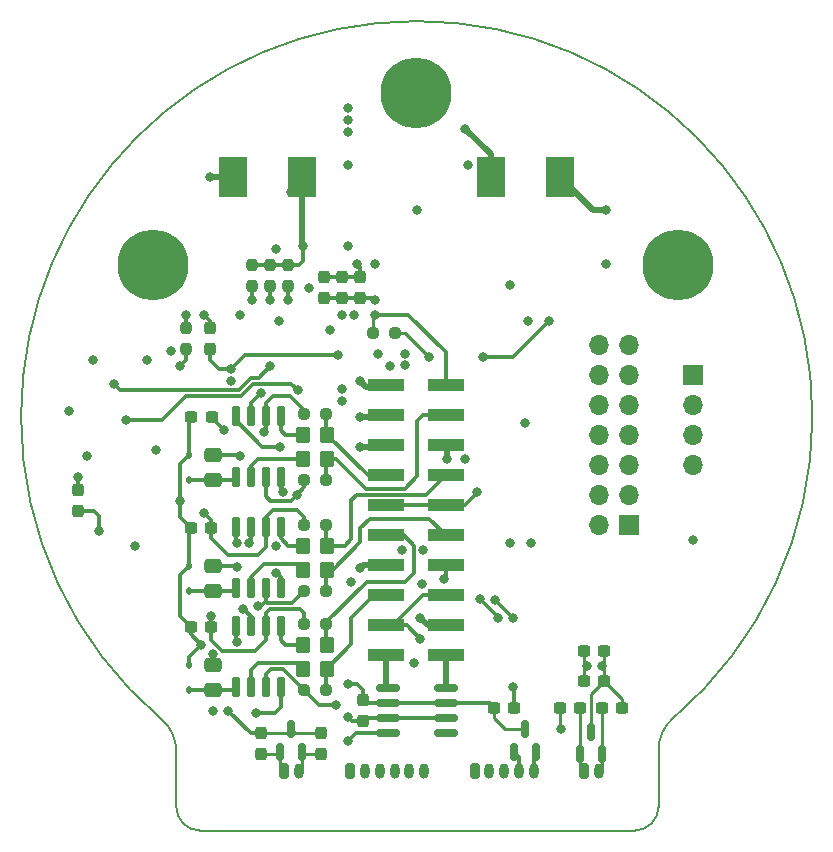
<source format=gbr>
%TF.GenerationSoftware,KiCad,Pcbnew,7.0.1*%
%TF.CreationDate,2023-12-15T16:06:27+03:00*%
%TF.ProjectId,_____ __________,1f3b3042-3020-4433-9f40-30323b353d38,rev?*%
%TF.SameCoordinates,Original*%
%TF.FileFunction,Copper,L6,Bot*%
%TF.FilePolarity,Positive*%
%FSLAX46Y46*%
G04 Gerber Fmt 4.6, Leading zero omitted, Abs format (unit mm)*
G04 Created by KiCad (PCBNEW 7.0.1) date 2023-12-15 16:06:27*
%MOMM*%
%LPD*%
G01*
G04 APERTURE LIST*
G04 Aperture macros list*
%AMRoundRect*
0 Rectangle with rounded corners*
0 $1 Rounding radius*
0 $2 $3 $4 $5 $6 $7 $8 $9 X,Y pos of 4 corners*
0 Add a 4 corners polygon primitive as box body*
4,1,4,$2,$3,$4,$5,$6,$7,$8,$9,$2,$3,0*
0 Add four circle primitives for the rounded corners*
1,1,$1+$1,$2,$3*
1,1,$1+$1,$4,$5*
1,1,$1+$1,$6,$7*
1,1,$1+$1,$8,$9*
0 Add four rect primitives between the rounded corners*
20,1,$1+$1,$2,$3,$4,$5,0*
20,1,$1+$1,$4,$5,$6,$7,0*
20,1,$1+$1,$6,$7,$8,$9,0*
20,1,$1+$1,$8,$9,$2,$3,0*%
G04 Aperture macros list end*
%TA.AperFunction,ComponentPad*%
%ADD10R,1.700000X1.700000*%
%TD*%
%TA.AperFunction,ComponentPad*%
%ADD11O,1.700000X1.700000*%
%TD*%
%TA.AperFunction,ComponentPad*%
%ADD12RoundRect,0.200000X-0.200000X-0.450000X0.200000X-0.450000X0.200000X0.450000X-0.200000X0.450000X0*%
%TD*%
%TA.AperFunction,ComponentPad*%
%ADD13O,0.800000X1.300000*%
%TD*%
%TA.AperFunction,ComponentPad*%
%ADD14C,6.000000*%
%TD*%
%TA.AperFunction,SMDPad,CuDef*%
%ADD15RoundRect,0.237500X-0.250000X-0.237500X0.250000X-0.237500X0.250000X0.237500X-0.250000X0.237500X0*%
%TD*%
%TA.AperFunction,SMDPad,CuDef*%
%ADD16RoundRect,0.150000X0.825000X0.150000X-0.825000X0.150000X-0.825000X-0.150000X0.825000X-0.150000X0*%
%TD*%
%TA.AperFunction,SMDPad,CuDef*%
%ADD17RoundRect,0.250000X-0.350000X-0.450000X0.350000X-0.450000X0.350000X0.450000X-0.350000X0.450000X0*%
%TD*%
%TA.AperFunction,SMDPad,CuDef*%
%ADD18RoundRect,0.237500X-0.237500X0.300000X-0.237500X-0.300000X0.237500X-0.300000X0.237500X0.300000X0*%
%TD*%
%TA.AperFunction,SMDPad,CuDef*%
%ADD19RoundRect,0.237500X0.237500X-0.300000X0.237500X0.300000X-0.237500X0.300000X-0.237500X-0.300000X0*%
%TD*%
%TA.AperFunction,SMDPad,CuDef*%
%ADD20RoundRect,0.150000X-0.150000X0.725000X-0.150000X-0.725000X0.150000X-0.725000X0.150000X0.725000X0*%
%TD*%
%TA.AperFunction,SMDPad,CuDef*%
%ADD21R,2.413000X3.429000*%
%TD*%
%TA.AperFunction,SMDPad,CuDef*%
%ADD22RoundRect,0.237500X0.300000X0.237500X-0.300000X0.237500X-0.300000X-0.237500X0.300000X-0.237500X0*%
%TD*%
%TA.AperFunction,SMDPad,CuDef*%
%ADD23RoundRect,0.237500X0.237500X-0.250000X0.237500X0.250000X-0.237500X0.250000X-0.237500X-0.250000X0*%
%TD*%
%TA.AperFunction,SMDPad,CuDef*%
%ADD24RoundRect,0.150000X0.150000X-0.587500X0.150000X0.587500X-0.150000X0.587500X-0.150000X-0.587500X0*%
%TD*%
%TA.AperFunction,SMDPad,CuDef*%
%ADD25RoundRect,0.237500X-0.237500X0.250000X-0.237500X-0.250000X0.237500X-0.250000X0.237500X0.250000X0*%
%TD*%
%TA.AperFunction,SMDPad,CuDef*%
%ADD26RoundRect,0.112500X0.112500X-0.187500X0.112500X0.187500X-0.112500X0.187500X-0.112500X-0.187500X0*%
%TD*%
%TA.AperFunction,SMDPad,CuDef*%
%ADD27RoundRect,0.237500X-0.300000X-0.237500X0.300000X-0.237500X0.300000X0.237500X-0.300000X0.237500X0*%
%TD*%
%TA.AperFunction,SMDPad,CuDef*%
%ADD28RoundRect,0.250000X0.475000X-0.337500X0.475000X0.337500X-0.475000X0.337500X-0.475000X-0.337500X0*%
%TD*%
%TA.AperFunction,SMDPad,CuDef*%
%ADD29R,3.150000X1.000000*%
%TD*%
%TA.AperFunction,ViaPad*%
%ADD30C,0.800000*%
%TD*%
%TA.AperFunction,Conductor*%
%ADD31C,0.300000*%
%TD*%
%TA.AperFunction,Conductor*%
%ADD32C,0.250000*%
%TD*%
%TA.AperFunction,Conductor*%
%ADD33C,0.500000*%
%TD*%
%TA.AperFunction,Profile*%
%ADD34C,0.200000*%
%TD*%
G04 APERTURE END LIST*
D10*
%TO.P,J10,1,Pin_1*%
%TO.N,GND*%
X178054000Y-92202000D03*
D11*
%TO.P,J10,2,Pin_2*%
%TO.N,SWCLK*%
X178054000Y-94742000D03*
%TO.P,J10,3,Pin_3*%
%TO.N,SWDIO*%
X178054000Y-97282000D03*
%TO.P,J10,4,Pin_4*%
%TO.N,Net-(D13-A)*%
X178054000Y-99822000D03*
%TD*%
D12*
%TO.P,J4,1,Pin_1*%
%TO.N,CAN1L*%
X168793000Y-125808000D03*
D13*
%TO.P,J4,2,Pin_2*%
%TO.N,CAN1H*%
X170043000Y-125808000D03*
%TD*%
D14*
%TO.P,J3,1,Pin_1*%
%TO.N,unconnected-(J3-Pin_1-Pad1)*%
X132334000Y-82931000D03*
%TD*%
%TO.P,J1,1,Pin_1*%
%TO.N,unconnected-(J1-Pin_1-Pad1)*%
X176784000Y-82931000D03*
%TD*%
D12*
%TO.P,J9,1,Pin_1*%
%TO.N,GND*%
X149021000Y-125808000D03*
D13*
%TO.P,J9,2,Pin_2*%
%TO.N,+3.3V*%
X150271000Y-125808000D03*
%TO.P,J9,3,Pin_3*%
%TO.N,Digital_input1*%
X151521000Y-125808000D03*
%TO.P,J9,4,Pin_4*%
%TO.N,+3.3VA*%
X152771000Y-125808000D03*
%TO.P,J9,5,Pin_5*%
%TO.N,Analog_Input1*%
X154021000Y-125808000D03*
%TO.P,J9,6,Pin_6*%
%TO.N,GNDA*%
X155271000Y-125808000D03*
%TD*%
D14*
%TO.P,J2,1,Pin_1*%
%TO.N,unconnected-(J2-Pin_1-Pad1)*%
X154559000Y-68326000D03*
%TD*%
D10*
%TO.P,J5,1,Pin_1*%
%TO.N,+3.3V*%
X172578000Y-104902000D03*
D11*
%TO.P,J5,2,Pin_2*%
%TO.N,GND*%
X170038000Y-104902000D03*
%TO.P,J5,3,Pin_3*%
%TO.N,Angle_Sensor_CS_MCU*%
X172578000Y-102362000D03*
%TO.P,J5,4,Pin_4*%
%TO.N,Temp_Coil_C_MCU*%
X170038000Y-102362000D03*
%TO.P,J5,5,Pin_5*%
%TO.N,Angle_Sensor_SCLK_MCU*%
X172578000Y-99822000D03*
%TO.P,J5,6,Pin_6*%
%TO.N,Temp_Coil_B_MCU*%
X170038000Y-99822000D03*
%TO.P,J5,7,Pin_7*%
%TO.N,Angle_Sensor_SDIO_MCU*%
X172578000Y-97282000D03*
%TO.P,J5,8,Pin_8*%
%TO.N,Temp_Coil_A_MCU*%
X170038000Y-97282000D03*
%TO.P,J5,9,Pin_9*%
%TO.N,OUT_MCU*%
X172578000Y-94742000D03*
%TO.P,J5,10,Pin_10*%
%TO.N,Current_C_MCU*%
X170038000Y-94742000D03*
%TO.P,J5,11,Pin_11*%
%TO.N,Current_B_MCU*%
X172578000Y-92202000D03*
%TO.P,J5,12,Pin_12*%
%TO.N,Current_A_MCU*%
X170038000Y-92202000D03*
%TO.P,J5,13,Pin_13*%
%TO.N,+3.3VA*%
X172578000Y-89662000D03*
%TO.P,J5,14,Pin_14*%
%TO.N,GNDA*%
X170038000Y-89662000D03*
%TD*%
D12*
%TO.P,J7,1,Pin_1*%
%TO.N,GND*%
X159552000Y-125808000D03*
D13*
%TO.P,J7,2,Pin_2*%
%TO.N,RS_485_Y*%
X160802000Y-125808000D03*
%TO.P,J7,3,Pin_3*%
%TO.N,RS_485_Z*%
X162052000Y-125808000D03*
%TO.P,J7,4,Pin_4*%
%TO.N,RS_485_B*%
X163302000Y-125808000D03*
%TO.P,J7,5,Pin_5*%
%TO.N,RS_485_A*%
X164552000Y-125808000D03*
%TD*%
D12*
%TO.P,J6,1,Pin_1*%
%TO.N,CAN2L*%
X143393000Y-125808000D03*
D13*
%TO.P,J6,2,Pin_2*%
%TO.N,CAN2H*%
X144643000Y-125808000D03*
%TD*%
D15*
%TO.P,R1,1*%
%TO.N,A*%
X145137500Y-110490000D03*
%TO.P,R1,2*%
%TO.N,G1*%
X146962500Y-110490000D03*
%TD*%
D16*
%TO.P,U5,1,-*%
%TO.N,Shunt_1*%
X157161000Y-118745000D03*
%TO.P,U5,2,GND*%
%TO.N,GND*%
X157161000Y-120015000D03*
%TO.P,U5,3,REF2*%
%TO.N,+3.3V*%
X157161000Y-121285000D03*
%TO.P,U5,4,NC*%
%TO.N,unconnected-(U5-NC-Pad4)*%
X157161000Y-122555000D03*
%TO.P,U5,5*%
%TO.N,Net-(R16-Pad2)*%
X152211000Y-122555000D03*
%TO.P,U5,6,V+*%
%TO.N,+3.3V*%
X152211000Y-121285000D03*
%TO.P,U5,7,REF1*%
%TO.N,GND*%
X152211000Y-120015000D03*
%TO.P,U5,8,+*%
%TO.N,Shunt_2*%
X152211000Y-118745000D03*
%TD*%
D17*
%TO.P,R11,1*%
%TO.N,Net-(U2-LO)*%
X145050000Y-97282000D03*
%TO.P,R11,2*%
%TO.N,G4*%
X147050000Y-97282000D03*
%TD*%
D18*
%TO.P,C7,1*%
%TO.N,+3.3V*%
X137160000Y-88291500D03*
%TO.P,C7,2*%
%TO.N,GND*%
X137160000Y-90016500D03*
%TD*%
D19*
%TO.P,C53,1*%
%TO.N,CAN2L*%
X141478000Y-124306500D03*
%TO.P,C53,2*%
%TO.N,GND*%
X141478000Y-122581500D03*
%TD*%
D20*
%TO.P,U3,1,IN*%
%TO.N,IN_C*%
X139319000Y-113503000D03*
%TO.P,U3,2,~{SD}*%
%TO.N,Enable*%
X140589000Y-113503000D03*
%TO.P,U3,3,COM*%
%TO.N,GND*%
X141859000Y-113503000D03*
%TO.P,U3,4,LO*%
%TO.N,Net-(U3-LO)*%
X143129000Y-113503000D03*
%TO.P,U3,5,VCC*%
%TO.N,+12V*%
X143129000Y-118653000D03*
%TO.P,U3,6,VS*%
%TO.N,C*%
X141859000Y-118653000D03*
%TO.P,U3,7,HO*%
%TO.N,Net-(U3-HO)*%
X140589000Y-118653000D03*
%TO.P,U3,8,VB*%
%TO.N,Net-(D3-K)*%
X139319000Y-118653000D03*
%TD*%
D17*
%TO.P,R10,1*%
%TO.N,Net-(U1-LO)*%
X145050000Y-106680000D03*
%TO.P,R10,2*%
%TO.N,G2*%
X147050000Y-106680000D03*
%TD*%
D15*
%TO.P,R6,1*%
%TO.N,GND*%
X145137500Y-113284000D03*
%TO.P,R6,2*%
%TO.N,G6*%
X146962500Y-113284000D03*
%TD*%
D21*
%TO.P,L2,1*%
%TO.N,Net-(D8-K)*%
X139065000Y-75438000D03*
%TO.P,L2,2*%
%TO.N,+3.3V*%
X144907000Y-75438000D03*
%TD*%
D17*
%TO.P,R7,1*%
%TO.N,Net-(U1-HO)*%
X145050000Y-108712000D03*
%TO.P,R7,2*%
%TO.N,G1*%
X147050000Y-108712000D03*
%TD*%
D22*
%TO.P,C48,1*%
%TO.N,GND*%
X170534500Y-118110000D03*
%TO.P,C48,2*%
%TO.N,+3.3V*%
X168809500Y-118110000D03*
%TD*%
D23*
%TO.P,R17,1*%
%TO.N,Temperature_Power_SDA_MCU*%
X142240000Y-84732500D03*
%TO.P,R17,2*%
%TO.N,+3.3V*%
X142240000Y-82907500D03*
%TD*%
D22*
%TO.P,C52,1*%
%TO.N,CAN1L*%
X168502500Y-120396000D03*
%TO.P,C52,2*%
%TO.N,GND*%
X166777500Y-120396000D03*
%TD*%
D24*
%TO.P,D11,1,K*%
%TO.N,CAN1H*%
X170368000Y-124303000D03*
%TO.P,D11,2,K*%
%TO.N,CAN1L*%
X168468000Y-124303000D03*
%TO.P,D11,3,A*%
%TO.N,GND*%
X169418000Y-122428000D03*
%TD*%
D25*
%TO.P,R16,1*%
%TO.N,Net-(U4-+)*%
X135128000Y-88241500D03*
%TO.P,R16,2*%
%TO.N,Net-(R16-Pad2)*%
X135128000Y-90066500D03*
%TD*%
D20*
%TO.P,U1,1,IN*%
%TO.N,IN_A*%
X139319000Y-105121000D03*
%TO.P,U1,2,~{SD}*%
%TO.N,Enable*%
X140589000Y-105121000D03*
%TO.P,U1,3,COM*%
%TO.N,GND*%
X141859000Y-105121000D03*
%TO.P,U1,4,LO*%
%TO.N,Net-(U1-LO)*%
X143129000Y-105121000D03*
%TO.P,U1,5,VCC*%
%TO.N,+12V*%
X143129000Y-110271000D03*
%TO.P,U1,6,VS*%
%TO.N,A*%
X141859000Y-110271000D03*
%TO.P,U1,7,HO*%
%TO.N,Net-(U1-HO)*%
X140589000Y-110271000D03*
%TO.P,U1,8,VB*%
%TO.N,Net-(D1-K)*%
X139319000Y-110271000D03*
%TD*%
D26*
%TO.P,D2,1,K*%
%TO.N,Net-(D2-K)*%
X135382000Y-101126000D03*
%TO.P,D2,2,A*%
%TO.N,+12V*%
X135382000Y-99026000D03*
%TD*%
D22*
%TO.P,C1,1*%
%TO.N,GND*%
X137282000Y-95758000D03*
%TO.P,C1,2*%
%TO.N,+12V*%
X135557000Y-95758000D03*
%TD*%
D18*
%TO.P,C47,1*%
%TO.N,GND*%
X146558000Y-122581500D03*
%TO.P,C47,2*%
%TO.N,CAN2H*%
X146558000Y-124306500D03*
%TD*%
D27*
%TO.P,C2,1*%
%TO.N,+12V*%
X135535500Y-113538000D03*
%TO.P,C2,2*%
%TO.N,GND*%
X137260500Y-113538000D03*
%TD*%
D17*
%TO.P,R9,1*%
%TO.N,Net-(U3-HO)*%
X145050000Y-117094000D03*
%TO.P,R9,2*%
%TO.N,G5*%
X147050000Y-117094000D03*
%TD*%
D28*
%TO.P,C6,1*%
%TO.N,Net-(D3-K)*%
X137414000Y-118893500D03*
%TO.P,C6,2*%
%TO.N,C*%
X137414000Y-116818500D03*
%TD*%
D24*
%TO.P,D12,1,K*%
%TO.N,CAN2H*%
X144968000Y-124127500D03*
%TO.P,D12,2,K*%
%TO.N,CAN2L*%
X143068000Y-124127500D03*
%TO.P,D12,3,A*%
%TO.N,GND*%
X144018000Y-122252500D03*
%TD*%
D17*
%TO.P,R8,1*%
%TO.N,Net-(U2-HO)*%
X145050000Y-99314000D03*
%TO.P,R8,2*%
%TO.N,G3*%
X147050000Y-99314000D03*
%TD*%
D26*
%TO.P,D3,1,K*%
%TO.N,Net-(D3-K)*%
X135382000Y-118906000D03*
%TO.P,D3,2,A*%
%TO.N,+12V*%
X135382000Y-116806000D03*
%TD*%
D15*
%TO.P,R3,1*%
%TO.N,C*%
X145137500Y-118872000D03*
%TO.P,R3,2*%
%TO.N,G5*%
X146962500Y-118872000D03*
%TD*%
D17*
%TO.P,R12,1*%
%TO.N,Net-(U3-LO)*%
X145050000Y-115062000D03*
%TO.P,R12,2*%
%TO.N,G6*%
X147050000Y-115062000D03*
%TD*%
D23*
%TO.P,R18,1*%
%TO.N,Temperature_Power_SCL_MCU*%
X140716000Y-84732500D03*
%TO.P,R18,2*%
%TO.N,+3.3V*%
X140716000Y-82907500D03*
%TD*%
D19*
%TO.P,C13,1*%
%TO.N,+3.3VA*%
X149860000Y-85698500D03*
%TO.P,C13,2*%
%TO.N,GNDA*%
X149860000Y-83973500D03*
%TD*%
D15*
%TO.P,R5,1*%
%TO.N,GND*%
X145137500Y-95504000D03*
%TO.P,R5,2*%
%TO.N,G4*%
X146962500Y-95504000D03*
%TD*%
%TO.P,R22,1*%
%TO.N,+3.3V*%
X150979500Y-88646000D03*
%TO.P,R22,2*%
%TO.N,NRST*%
X152804500Y-88646000D03*
%TD*%
D29*
%TO.P,J8,1,Pin_1*%
%TO.N,+3.3V*%
X157084000Y-93091000D03*
%TO.P,J8,2,Pin_2*%
%TO.N,Temperature_Power_~{OS}_MCU*%
X152034000Y-93091000D03*
%TO.P,J8,3,Pin_3*%
%TO.N,G3*%
X157084000Y-95631000D03*
%TO.P,J8,4,Pin_4*%
%TO.N,Temperature_Power_SCL_MCU*%
X152034000Y-95631000D03*
%TO.P,J8,5,Pin_5*%
%TO.N,B*%
X157084000Y-98171000D03*
%TO.P,J8,6,Pin_6*%
%TO.N,Temperature_Power_SDA_MCU*%
X152034000Y-98171000D03*
%TO.P,J8,7,Pin_7*%
%TO.N,G2*%
X157084000Y-100711000D03*
%TO.P,J8,8,Pin_8*%
%TO.N,G4*%
X152034000Y-100711000D03*
%TO.P,J8,9,Pin_9*%
%TO.N,GND*%
X157084000Y-103251000D03*
%TO.P,J8,10,Pin_10*%
X152034000Y-103251000D03*
%TO.P,J8,11,Pin_11*%
%TO.N,G1*%
X157084000Y-105791000D03*
%TO.P,J8,12,Pin_12*%
%TO.N,G6*%
X152034000Y-105791000D03*
%TO.P,J8,13,Pin_13*%
%TO.N,A*%
X157084000Y-108331000D03*
%TO.P,J8,14,Pin_14*%
%TO.N,C*%
X152034000Y-108331000D03*
%TO.P,J8,15,Pin_15*%
%TO.N,GND*%
X157084000Y-110871000D03*
%TO.P,J8,16,Pin_16*%
%TO.N,G5*%
X152034000Y-110871000D03*
%TO.P,J8,17,Pin_17*%
%TO.N,+24V*%
X157084000Y-113411000D03*
%TO.P,J8,18,Pin_18*%
%TO.N,GND*%
X152034000Y-113411000D03*
%TO.P,J8,19,Pin_19*%
%TO.N,Shunt_1*%
X157084000Y-115951000D03*
%TO.P,J8,20,Pin_20*%
%TO.N,Shunt_2*%
X152034000Y-115951000D03*
%TD*%
D19*
%TO.P,C14,1*%
%TO.N,+3.3VA*%
X148336000Y-85698500D03*
%TO.P,C14,2*%
%TO.N,GNDA*%
X148336000Y-83973500D03*
%TD*%
D23*
%TO.P,R19,1*%
%TO.N,Temperature_Power_~{OS}_MCU*%
X143764000Y-84732500D03*
%TO.P,R19,2*%
%TO.N,+3.3V*%
X143764000Y-82907500D03*
%TD*%
D19*
%TO.P,C15,1*%
%TO.N,+3.3VA*%
X146812000Y-85698500D03*
%TO.P,C15,2*%
%TO.N,GNDA*%
X146812000Y-83973500D03*
%TD*%
D28*
%TO.P,C5,1*%
%TO.N,Net-(D2-K)*%
X137414000Y-101113500D03*
%TO.P,C5,2*%
%TO.N,B*%
X137414000Y-99038500D03*
%TD*%
D26*
%TO.P,D1,1,K*%
%TO.N,Net-(D1-K)*%
X135382000Y-110524000D03*
%TO.P,D1,2,A*%
%TO.N,+12V*%
X135382000Y-108424000D03*
%TD*%
D28*
%TO.P,C4,1*%
%TO.N,Net-(D1-K)*%
X137414000Y-110511500D03*
%TO.P,C4,2*%
%TO.N,A*%
X137414000Y-108436500D03*
%TD*%
D27*
%TO.P,C32,1*%
%TO.N,GND*%
X161189500Y-120396000D03*
%TO.P,C32,2*%
%TO.N,+3.3V*%
X162914500Y-120396000D03*
%TD*%
D20*
%TO.P,U2,1,IN*%
%TO.N,IN_B*%
X139319000Y-95723000D03*
%TO.P,U2,2,~{SD}*%
%TO.N,Enable*%
X140589000Y-95723000D03*
%TO.P,U2,3,COM*%
%TO.N,GND*%
X141859000Y-95723000D03*
%TO.P,U2,4,LO*%
%TO.N,Net-(U2-LO)*%
X143129000Y-95723000D03*
%TO.P,U2,5,VCC*%
%TO.N,+12V*%
X143129000Y-100873000D03*
%TO.P,U2,6,VS*%
%TO.N,B*%
X141859000Y-100873000D03*
%TO.P,U2,7,HO*%
%TO.N,Net-(U2-HO)*%
X140589000Y-100873000D03*
%TO.P,U2,8,VB*%
%TO.N,Net-(D2-K)*%
X139319000Y-100873000D03*
%TD*%
D19*
%TO.P,C8,1*%
%TO.N,+3.3V*%
X150114000Y-121512500D03*
%TO.P,C8,2*%
%TO.N,GND*%
X150114000Y-119787500D03*
%TD*%
D15*
%TO.P,R4,1*%
%TO.N,GND*%
X145137500Y-104902000D03*
%TO.P,R4,2*%
%TO.N,G2*%
X146962500Y-104902000D03*
%TD*%
%TO.P,R2,1*%
%TO.N,B*%
X145137500Y-101092000D03*
%TO.P,R2,2*%
%TO.N,G3*%
X146962500Y-101092000D03*
%TD*%
D22*
%TO.P,C49,1*%
%TO.N,GND*%
X170534500Y-115570000D03*
%TO.P,C49,2*%
%TO.N,+3.3V*%
X168809500Y-115570000D03*
%TD*%
%TO.P,C46,1*%
%TO.N,GND*%
X172058500Y-120396000D03*
%TO.P,C46,2*%
%TO.N,CAN1H*%
X170333500Y-120396000D03*
%TD*%
D21*
%TO.P,L1,1*%
%TO.N,Net-(D7-K)*%
X166751000Y-75438000D03*
%TO.P,L1,2*%
%TO.N,+12V*%
X160909000Y-75438000D03*
%TD*%
D24*
%TO.P,D6,1,K*%
%TO.N,RS_485_A*%
X164780000Y-124127500D03*
%TO.P,D6,2,K*%
%TO.N,RS_485_B*%
X162880000Y-124127500D03*
%TO.P,D6,3,A*%
%TO.N,GND*%
X163830000Y-122252500D03*
%TD*%
D27*
%TO.P,C3,1*%
%TO.N,+12V*%
X135535500Y-105156000D03*
%TO.P,C3,2*%
%TO.N,GND*%
X137260500Y-105156000D03*
%TD*%
D19*
%TO.P,C37,1*%
%TO.N,Net-(U10-+)*%
X125984000Y-103732500D03*
%TO.P,C37,2*%
%TO.N,GND*%
X125984000Y-102007500D03*
%TD*%
D30*
%TO.N,+3.3V*%
X145542000Y-84836000D03*
%TO.N,GND*%
X149119977Y-109749977D03*
%TO.N,GNDA*%
X154432000Y-116589395D03*
%TO.N,Net-(D4-COM)*%
X153416000Y-107085500D03*
%TO.N,GNDA*%
X155101274Y-109931500D03*
%TO.N,+3.3VA*%
X155181500Y-107085500D03*
%TO.N,GND*%
X138684000Y-120650000D03*
X151130000Y-82804000D03*
X136652000Y-103886000D03*
X148844000Y-118364000D03*
X138938000Y-91694000D03*
X170307000Y-116840000D03*
X125984000Y-100838000D03*
X159766000Y-102108000D03*
X142727561Y-106703516D03*
X148844000Y-81280000D03*
X133858000Y-90170000D03*
X137265023Y-112670977D03*
X143002000Y-87630000D03*
X141732000Y-97028000D03*
X148844000Y-74422000D03*
X165862000Y-87630000D03*
X162560000Y-84582000D03*
X138302647Y-96900646D03*
X142748000Y-81534000D03*
X127254000Y-90932000D03*
X160274000Y-90678000D03*
X132588000Y-98552000D03*
X159004000Y-74422000D03*
X166878000Y-122174000D03*
X147941673Y-90516500D03*
X164338000Y-106426000D03*
X154940000Y-114554000D03*
%TO.N,A*%
X139446000Y-108458000D03*
X156972000Y-109474000D03*
X141224000Y-111760000D03*
%TO.N,B*%
X144526000Y-102362000D03*
X139700000Y-99060000D03*
X157226000Y-99314000D03*
%TO.N,C*%
X137392023Y-115845977D03*
X149860000Y-108585000D03*
X147828000Y-120142000D03*
%TO.N,+24V*%
X170688000Y-82804000D03*
X154940000Y-112776000D03*
X130810000Y-106680000D03*
%TO.N,+12V*%
X141001682Y-120882379D03*
X134620000Y-102870000D03*
X148844000Y-71628000D03*
X148844000Y-70612000D03*
X136398000Y-115062000D03*
X142748000Y-108966000D03*
X158750000Y-71374000D03*
X148844000Y-69596000D03*
X143287454Y-102120500D03*
%TO.N,Net-(D8-K)*%
X137160000Y-75438000D03*
%TO.N,Net-(U7-PC4)*%
X158750000Y-99314000D03*
X163830000Y-96266000D03*
X148286582Y-93466536D03*
%TO.N,Net-(U4-+)*%
X135128000Y-87122000D03*
%TO.N,Enable*%
X138938000Y-92722500D03*
X140462000Y-106426000D03*
X141478000Y-93726000D03*
X139954000Y-112014000D03*
%TO.N,IN_A*%
X139446000Y-106426000D03*
%TO.N,IN_B*%
X143107023Y-98298000D03*
%TO.N,IN_C*%
X139424023Y-114829977D03*
%TO.N,+3.3V*%
X162814000Y-118618000D03*
X154686000Y-78232000D03*
X136652000Y-87122000D03*
X125222000Y-95250000D03*
X144018000Y-76708000D03*
X126746000Y-99060000D03*
X137414000Y-120650000D03*
X169037000Y-116840000D03*
X162560000Y-106426000D03*
X164084000Y-87630000D03*
X139700000Y-87122000D03*
X145034000Y-81280000D03*
X151130000Y-87122000D03*
X178054000Y-106172000D03*
X148844000Y-121158000D03*
X131826000Y-90932000D03*
%TO.N,NRST*%
X155689061Y-90708863D03*
%TO.N,Temp_Coil_C_MCU*%
X147320000Y-88392000D03*
%TO.N,Temp_Coil_B_MCU*%
X148336000Y-87122000D03*
%TO.N,Temp_Coil_A_MCU*%
X149352000Y-87122000D03*
%TO.N,Net-(R16-Pad2)*%
X134620000Y-91440000D03*
X148844000Y-123190000D03*
%TO.N,Current_C_MCU*%
X152400000Y-91440000D03*
%TO.N,Current_B_MCU*%
X153670000Y-91423503D03*
%TO.N,RS_485_RX_MCU*%
X161290000Y-111252000D03*
X162814000Y-112776000D03*
%TO.N,RS_485_Enable_MCU*%
X160032500Y-111207693D03*
X161544000Y-112776000D03*
%TO.N,Current_A_MCU*%
X153670000Y-90424000D03*
%TO.N,Net-(U10-+)*%
X127762000Y-105410000D03*
%TO.N,Net-(D4-COM)*%
X148313669Y-94465669D03*
%TO.N,GNDA*%
X151384000Y-90424000D03*
X149606000Y-82804000D03*
%TO.N,+3.3VA*%
X151130000Y-85852000D03*
%TO.N,Temperature_Power_~{OS}_MCU*%
X143764000Y-85852000D03*
X149860000Y-92710000D03*
%TO.N,Temperature_Power_SCL_MCU*%
X140716000Y-85852000D03*
X149860000Y-95758000D03*
%TO.N,Temperature_Power_SDA_MCU*%
X149860000Y-98298000D03*
X142240000Y-85852000D03*
%TO.N,EEPROM_~{CS_MCU}*%
X142240000Y-91516500D03*
X129032000Y-92964000D03*
%TO.N,EEPROM_MOSI_MCU*%
X144581440Y-93516500D03*
X130048000Y-96012000D03*
%TO.N,Net-(D7-K)*%
X170688000Y-78232000D03*
%TD*%
D31*
%TO.N,EEPROM_MOSI_MCU*%
X133096000Y-96012000D02*
X135128000Y-93980000D01*
X130048000Y-96012000D02*
X133096000Y-96012000D01*
%TO.N,G3*%
X155194000Y-95631000D02*
X154686000Y-96139000D01*
X157084000Y-95631000D02*
X155194000Y-95631000D01*
%TO.N,G1*%
X149860000Y-106410000D02*
X147558000Y-108712000D01*
X149860000Y-105190000D02*
X149860000Y-106410000D01*
X155687000Y-104394000D02*
X150656000Y-104394000D01*
X157084000Y-105791000D02*
X155687000Y-104394000D01*
X150656000Y-104394000D02*
X149860000Y-105190000D01*
%TO.N,GND*%
X137260500Y-105156000D02*
X137260500Y-104494500D01*
X137260500Y-104494500D02*
X136652000Y-103886000D01*
X142240000Y-112014000D02*
X144780000Y-112014000D01*
X152669000Y-113411000D02*
X152034000Y-113411000D01*
X137160000Y-90932000D02*
X137922000Y-91694000D01*
D32*
X161189500Y-121311500D02*
X161189500Y-120396000D01*
D31*
X137260500Y-105156000D02*
X137260500Y-106018500D01*
X162814000Y-90678000D02*
X160274000Y-90678000D01*
X141859000Y-96901000D02*
X141859000Y-95723000D01*
D32*
X170534500Y-116612500D02*
X170307000Y-116840000D01*
X169418000Y-122428000D02*
X169418000Y-119226500D01*
X146558000Y-122581500D02*
X144347000Y-122581500D01*
X170534500Y-118110000D02*
X170534500Y-117067500D01*
D31*
X153797000Y-113411000D02*
X154940000Y-114554000D01*
X142494000Y-103632000D02*
X144526000Y-103632000D01*
X137260500Y-106018500D02*
X138684000Y-107442000D01*
X160808500Y-120015000D02*
X161189500Y-120396000D01*
X141859000Y-112395000D02*
X142240000Y-112014000D01*
X141859000Y-105121000D02*
X141859000Y-104267000D01*
X155209000Y-110871000D02*
X152669000Y-113411000D01*
X137922000Y-91694000D02*
X138938000Y-91694000D01*
X125984000Y-102007500D02*
X125984000Y-100838000D01*
X157161000Y-120015000D02*
X160808500Y-120015000D01*
X141224000Y-107442000D02*
X141859000Y-106807000D01*
X144780000Y-112014000D02*
X145137500Y-112371500D01*
D32*
X172058500Y-119634000D02*
X170534500Y-118110000D01*
X162130500Y-122252500D02*
X161189500Y-121311500D01*
X169418000Y-119226500D02*
X170534500Y-118110000D01*
D31*
X137260500Y-114654500D02*
X137260500Y-113538000D01*
X141859000Y-114681000D02*
X140960023Y-115579977D01*
X157084000Y-110871000D02*
X155209000Y-110871000D01*
X140115500Y-90516500D02*
X138938000Y-91694000D01*
X150341500Y-120015000D02*
X150114000Y-119787500D01*
D32*
X170534500Y-115570000D02*
X170534500Y-116612500D01*
D31*
X148844000Y-118364000D02*
X149606000Y-118364000D01*
X137260500Y-113538000D02*
X137260500Y-112675500D01*
X152034000Y-113411000D02*
X153797000Y-113411000D01*
X150114000Y-118872000D02*
X150114000Y-119787500D01*
D32*
X159766000Y-102108000D02*
X158623000Y-103251000D01*
D31*
X147941673Y-90516500D02*
X140115500Y-90516500D01*
D32*
X163830000Y-122252500D02*
X162130500Y-122252500D01*
D31*
X145137500Y-104243500D02*
X145137500Y-104902000D01*
D32*
X166777500Y-122073500D02*
X166777500Y-120396000D01*
D31*
X144526000Y-103632000D02*
X145137500Y-104243500D01*
D32*
X143689000Y-122581500D02*
X144018000Y-122252500D01*
D31*
X152211000Y-120015000D02*
X150341500Y-120015000D01*
X140615500Y-122581500D02*
X141478000Y-122581500D01*
X141859000Y-113503000D02*
X141859000Y-114681000D01*
X137260500Y-112675500D02*
X137265023Y-112670977D01*
X138684000Y-120650000D02*
X140615500Y-122581500D01*
X143942750Y-93980000D02*
X145137500Y-95174750D01*
X141859000Y-113503000D02*
X141859000Y-112395000D01*
X149606000Y-118364000D02*
X150114000Y-118872000D01*
X145137500Y-95174750D02*
X145137500Y-95504000D01*
X141859000Y-104267000D02*
X142494000Y-103632000D01*
X141859000Y-94615000D02*
X142494000Y-93980000D01*
X140960023Y-115579977D02*
X138185977Y-115579977D01*
D32*
X158623000Y-103251000D02*
X157084000Y-103251000D01*
X141478000Y-122581500D02*
X143689000Y-122581500D01*
D31*
X152211000Y-120015000D02*
X157161000Y-120015000D01*
X141859000Y-95723000D02*
X141859000Y-94615000D01*
X145137500Y-112371500D02*
X145137500Y-113284000D01*
D32*
X172058500Y-120396000D02*
X172058500Y-119634000D01*
D31*
X142494000Y-93980000D02*
X143942750Y-93980000D01*
X141859000Y-106807000D02*
X141859000Y-105121000D01*
X157084000Y-103251000D02*
X152034000Y-103251000D01*
X141732000Y-97028000D02*
X141859000Y-96901000D01*
X137160000Y-90016500D02*
X137160000Y-90932000D01*
D32*
X144347000Y-122581500D02*
X144018000Y-122252500D01*
D31*
X137282000Y-95879999D02*
X138302647Y-96900646D01*
D32*
X170534500Y-117067500D02*
X170307000Y-116840000D01*
D31*
X137282000Y-95758000D02*
X137282000Y-95879999D01*
X138684000Y-107442000D02*
X141224000Y-107442000D01*
X138185977Y-115579977D02*
X137260500Y-114654500D01*
X165862000Y-87630000D02*
X162814000Y-90678000D01*
%TO.N,A*%
X157084000Y-108331000D02*
X157084000Y-109362000D01*
X141986000Y-111506000D02*
X144121500Y-111506000D01*
X141859000Y-111379000D02*
X141478000Y-111760000D01*
X139424500Y-108436500D02*
X139446000Y-108458000D01*
X144121500Y-111506000D02*
X145137500Y-110490000D01*
X137414000Y-108436500D02*
X139424500Y-108436500D01*
X141478000Y-111760000D02*
X141224000Y-111760000D01*
X157084000Y-109362000D02*
X156972000Y-109474000D01*
X141859000Y-111379000D02*
X141986000Y-111506000D01*
X141859000Y-110271000D02*
X141859000Y-111379000D01*
%TO.N,B*%
X144018000Y-102870000D02*
X142240000Y-102870000D01*
X144526000Y-102362000D02*
X145137500Y-101750500D01*
D33*
X157226000Y-99314000D02*
X157226000Y-98298000D01*
D31*
X142240000Y-102870000D02*
X141859000Y-102489000D01*
X144526000Y-102362000D02*
X144018000Y-102870000D01*
X139678500Y-99038500D02*
X139700000Y-99060000D01*
X141859000Y-102489000D02*
X141859000Y-100873000D01*
X145137500Y-101750500D02*
X145137500Y-101092000D01*
X137414000Y-99038500D02*
X139678500Y-99038500D01*
%TO.N,C*%
X146407500Y-120142000D02*
X147828000Y-120142000D01*
X145137500Y-118872000D02*
X146407500Y-120142000D01*
X137414000Y-116818500D02*
X137414000Y-115867954D01*
D33*
X152034000Y-108331000D02*
X150114000Y-108331000D01*
D31*
X141859000Y-117555000D02*
X142320000Y-117094000D01*
X137414000Y-115867954D02*
X137392023Y-115845977D01*
X143359500Y-117094000D02*
X145137500Y-118872000D01*
X142320000Y-117094000D02*
X143359500Y-117094000D01*
D33*
X150114000Y-108331000D02*
X149860000Y-108585000D01*
D31*
X141859000Y-118653000D02*
X141859000Y-117555000D01*
%TO.N,G1*%
X147050000Y-108712000D02*
X147558000Y-108712000D01*
X146962500Y-108799500D02*
X147050000Y-108712000D01*
X146962500Y-110490000D02*
X146962500Y-108799500D01*
X147470500Y-108799500D02*
X147558000Y-108712000D01*
%TO.N,G2*%
X146962500Y-104902000D02*
X146962500Y-106592500D01*
X155433000Y-102362000D02*
X157084000Y-100711000D01*
X149106000Y-106164000D02*
X149106000Y-102862000D01*
X149606000Y-102362000D02*
X155433000Y-102362000D01*
X148590000Y-106680000D02*
X149106000Y-106164000D01*
X146962500Y-106592500D02*
X147050000Y-106680000D01*
X147050000Y-106680000D02*
X148590000Y-106680000D01*
X149106000Y-102862000D02*
X149606000Y-102362000D01*
%TO.N,G3*%
X150368000Y-101854000D02*
X153666000Y-101854000D01*
X147050000Y-99314000D02*
X147828000Y-99314000D01*
X146962500Y-101092000D02*
X146962500Y-99401500D01*
X154686000Y-100834000D02*
X154686000Y-96139000D01*
X147828000Y-99314000D02*
X150368000Y-101854000D01*
X146962500Y-99401500D02*
X147050000Y-99314000D01*
X153666000Y-101854000D02*
X154686000Y-100834000D01*
D33*
%TO.N,Shunt_2*%
X152034000Y-118568000D02*
X152211000Y-118745000D01*
X152034000Y-115951000D02*
X152034000Y-118568000D01*
%TO.N,Shunt_1*%
X157084000Y-115951000D02*
X157084000Y-118668000D01*
X157084000Y-118668000D02*
X157161000Y-118745000D01*
%TO.N,+24V*%
X155575000Y-113411000D02*
X157084000Y-113411000D01*
X154940000Y-112776000D02*
X155575000Y-113411000D01*
D31*
%TO.N,+12V*%
X143129000Y-120379054D02*
X143129000Y-118653000D01*
X134620000Y-102870000D02*
X134620000Y-104240500D01*
X135382000Y-95933000D02*
X135557000Y-95758000D01*
X135535500Y-113538000D02*
X134620000Y-112622500D01*
X134620000Y-109186000D02*
X135382000Y-108424000D01*
D33*
X160909000Y-73533000D02*
X158750000Y-71374000D01*
D31*
X141001682Y-120882379D02*
X142625675Y-120882379D01*
X135382000Y-116806000D02*
X135382000Y-116078000D01*
X135382000Y-108424000D02*
X135382000Y-105309500D01*
X135535500Y-113538000D02*
X135535500Y-114199500D01*
X134620000Y-112622500D02*
X134620000Y-109186000D01*
X143129000Y-110271000D02*
X143129000Y-109347000D01*
X135535500Y-114199500D02*
X136398000Y-115062000D01*
X134620000Y-104240500D02*
X135535500Y-105156000D01*
X135382000Y-99026000D02*
X135382000Y-95933000D01*
X135382000Y-99026000D02*
X134620000Y-99788000D01*
X143129000Y-100873000D02*
X143129000Y-101962046D01*
X142625675Y-120882379D02*
X143129000Y-120379054D01*
X134620000Y-99788000D02*
X134620000Y-102870000D01*
X143129000Y-101962046D02*
X143287454Y-102120500D01*
X135382000Y-105309500D02*
X135535500Y-105156000D01*
D33*
X160909000Y-75438000D02*
X160909000Y-73533000D01*
D31*
X135382000Y-116078000D02*
X136398000Y-115062000D01*
X143129000Y-109347000D02*
X142748000Y-108966000D01*
D33*
%TO.N,Net-(D8-K)*%
X139065000Y-75438000D02*
X137160000Y-75438000D01*
D31*
%TO.N,Net-(D1-K)*%
X137401500Y-110524000D02*
X137414000Y-110511500D01*
X135382000Y-110524000D02*
X137401500Y-110524000D01*
X137414000Y-110511500D02*
X139078500Y-110511500D01*
X139078500Y-110511500D02*
X139319000Y-110271000D01*
%TO.N,Net-(D3-K)*%
X135382000Y-118906000D02*
X137401500Y-118906000D01*
X137401500Y-118906000D02*
X137414000Y-118893500D01*
X137414000Y-118893500D02*
X139078500Y-118893500D01*
X139078500Y-118893500D02*
X139319000Y-118653000D01*
%TO.N,Net-(D2-K)*%
X137414000Y-101113500D02*
X139078500Y-101113500D01*
X135382000Y-101126000D02*
X137401500Y-101126000D01*
X139078500Y-101113500D02*
X139319000Y-100873000D01*
X137401500Y-101126000D02*
X137414000Y-101113500D01*
%TO.N,Net-(U4-+)*%
X135128000Y-88241500D02*
X135128000Y-87122000D01*
%TO.N,Enable*%
X140589000Y-112649000D02*
X140589000Y-113503000D01*
X140462000Y-106426000D02*
X140589000Y-106299000D01*
X140589000Y-94615000D02*
X141478000Y-93726000D01*
X140589000Y-106299000D02*
X140589000Y-105121000D01*
X140589000Y-95723000D02*
X140589000Y-94615000D01*
X139954000Y-112014000D02*
X140589000Y-112649000D01*
%TO.N,IN_A*%
X139319000Y-105121000D02*
X139319000Y-106299000D01*
X139319000Y-106299000D02*
X139446000Y-106426000D01*
%TO.N,Net-(U3-HO)*%
X140589000Y-118653000D02*
X140589000Y-117221000D01*
X144542000Y-116586000D02*
X145050000Y-117094000D01*
X141224000Y-116586000D02*
X144542000Y-116586000D01*
X140589000Y-117221000D02*
X141224000Y-116586000D01*
%TO.N,Net-(U2-HO)*%
X141224000Y-99314000D02*
X145050000Y-99314000D01*
X140589000Y-100873000D02*
X140589000Y-99949000D01*
X140589000Y-99949000D02*
X141224000Y-99314000D01*
%TO.N,IN_B*%
X141581893Y-98298000D02*
X139319000Y-96035107D01*
X139319000Y-96035107D02*
X139319000Y-95723000D01*
X143107023Y-98298000D02*
X141581893Y-98298000D01*
%TO.N,Net-(U2-LO)*%
X143129000Y-95723000D02*
X143129000Y-96901000D01*
X143129000Y-96901000D02*
X143510000Y-97282000D01*
X143510000Y-97282000D02*
X145050000Y-97282000D01*
%TO.N,IN_C*%
X139319000Y-114724954D02*
X139424023Y-114829977D01*
X139319000Y-113503000D02*
X139319000Y-114724954D01*
%TO.N,Net-(U3-LO)*%
X143129000Y-113503000D02*
X143129000Y-114681000D01*
X143510000Y-115062000D02*
X145050000Y-115062000D01*
X143129000Y-114681000D02*
X143510000Y-115062000D01*
%TO.N,G4*%
X147050000Y-97282000D02*
X150479000Y-100711000D01*
X146962500Y-97194500D02*
X147050000Y-97282000D01*
X146962500Y-95504000D02*
X146962500Y-97194500D01*
X150479000Y-100711000D02*
X152034000Y-100711000D01*
%TO.N,G5*%
X146962500Y-117181500D02*
X147050000Y-117094000D01*
X149098000Y-115046000D02*
X149098000Y-112776000D01*
X151003000Y-110871000D02*
X152034000Y-110871000D01*
X149098000Y-112776000D02*
X151003000Y-110871000D01*
D33*
X151101000Y-110998000D02*
X152176000Y-110998000D01*
D31*
X146962500Y-118872000D02*
X146962500Y-117181500D01*
X147050000Y-117094000D02*
X149098000Y-115046000D01*
%TO.N,G6*%
X146962500Y-114974500D02*
X147050000Y-115062000D01*
X153670000Y-109728000D02*
X154432000Y-108966000D01*
X146962500Y-113167500D02*
X150402000Y-109728000D01*
X154432000Y-108966000D02*
X154432000Y-106680000D01*
X150402000Y-109728000D02*
X153670000Y-109728000D01*
X146962500Y-113284000D02*
X146962500Y-114974500D01*
X154432000Y-106680000D02*
X153543000Y-105791000D01*
X146962500Y-113284000D02*
X146962500Y-113167500D01*
X153543000Y-105791000D02*
X152034000Y-105791000D01*
%TO.N,+3.3V*%
X143764000Y-82907500D02*
X144676500Y-82907500D01*
X152211000Y-121285000D02*
X150341500Y-121285000D01*
X157084000Y-93091000D02*
X157084000Y-90282000D01*
D33*
X144907000Y-81153000D02*
X145034000Y-81280000D01*
D31*
X153924000Y-87122000D02*
X151130000Y-87122000D01*
D32*
X168809500Y-116612500D02*
X169037000Y-116840000D01*
D31*
X157161000Y-121285000D02*
X152211000Y-121285000D01*
X137160000Y-87630000D02*
X136652000Y-87122000D01*
X149198500Y-121512500D02*
X148844000Y-121158000D01*
X145034000Y-82550000D02*
X145034000Y-81280000D01*
D32*
X168809500Y-118110000D02*
X168809500Y-117067500D01*
D31*
X150114000Y-121512500D02*
X149198500Y-121512500D01*
X150341500Y-121285000D02*
X150114000Y-121512500D01*
D33*
X144907000Y-75438000D02*
X144907000Y-81153000D01*
D32*
X168809500Y-115570000D02*
X168809500Y-116612500D01*
D31*
X162814000Y-118618000D02*
X162914500Y-118718500D01*
D32*
X150979500Y-87272500D02*
X151130000Y-87122000D01*
X150979500Y-88646000D02*
X150979500Y-87272500D01*
D31*
X144676500Y-82907500D02*
X145034000Y-82550000D01*
X162914500Y-118718500D02*
X162914500Y-120396000D01*
X137160000Y-88291500D02*
X137160000Y-87630000D01*
X140716000Y-82907500D02*
X142240000Y-82907500D01*
D32*
X168809500Y-117067500D02*
X169037000Y-116840000D01*
D31*
X157084000Y-90282000D02*
X153924000Y-87122000D01*
X143764000Y-82907500D02*
X142240000Y-82907500D01*
D32*
%TO.N,NRST*%
X153626198Y-88646000D02*
X155689061Y-90708863D01*
X152804500Y-88646000D02*
X153626198Y-88646000D01*
D31*
%TO.N,Net-(R16-Pad2)*%
X149479000Y-122555000D02*
X152211000Y-122555000D01*
X148844000Y-123190000D02*
X149479000Y-122555000D01*
X135128000Y-90932000D02*
X134620000Y-91440000D01*
X135128000Y-90066500D02*
X135128000Y-90932000D01*
%TO.N,RS_485_B*%
X163302000Y-124549500D02*
X162880000Y-124127500D01*
X163302000Y-125808000D02*
X163302000Y-124549500D01*
%TO.N,RS_485_A*%
X164552000Y-125808000D02*
X164552000Y-124355500D01*
X164552000Y-124355500D02*
X164780000Y-124127500D01*
D32*
%TO.N,RS_485_RX_MCU*%
X162814000Y-112776000D02*
X161290000Y-111252000D01*
D31*
%TO.N,RS_485_Enable_MCU*%
X161544000Y-112719193D02*
X160032500Y-111207693D01*
X161544000Y-112776000D02*
X161544000Y-112719193D01*
D32*
%TO.N,CAN1H*%
X170368000Y-120430500D02*
X170333500Y-120396000D01*
X170368000Y-124303000D02*
X170368000Y-120430500D01*
X170368000Y-125483000D02*
X170043000Y-125808000D01*
X170368000Y-124303000D02*
X170368000Y-125483000D01*
%TO.N,CAN1L*%
X168468000Y-125483000D02*
X168793000Y-125808000D01*
X168468000Y-124303000D02*
X168468000Y-120430500D01*
X168468000Y-120430500D02*
X168502500Y-120396000D01*
X168468000Y-124303000D02*
X168468000Y-125483000D01*
%TO.N,CAN2H*%
X145147000Y-124306500D02*
X144968000Y-124127500D01*
X146558000Y-124306500D02*
X145147000Y-124306500D01*
X144968000Y-124127500D02*
X144968000Y-125483000D01*
X144968000Y-125483000D02*
X144643000Y-125808000D01*
%TO.N,CAN2L*%
X143068000Y-125483000D02*
X143393000Y-125808000D01*
X142889000Y-124306500D02*
X143068000Y-124127500D01*
X141478000Y-124306500D02*
X142889000Y-124306500D01*
X143068000Y-124127500D02*
X143068000Y-125483000D01*
D31*
%TO.N,Net-(U10-+)*%
X127354500Y-103732500D02*
X127762000Y-104140000D01*
X127762000Y-104140000D02*
X127762000Y-105410000D01*
X125984000Y-103732500D02*
X127354500Y-103732500D01*
%TO.N,GNDA*%
X149860000Y-83973500D02*
X148336000Y-83973500D01*
X146812000Y-83973500D02*
X148336000Y-83973500D01*
X149860000Y-83973500D02*
X149860000Y-83058000D01*
X149860000Y-83058000D02*
X149606000Y-82804000D01*
%TO.N,+3.3VA*%
X149860000Y-85698500D02*
X150976500Y-85698500D01*
X146812000Y-85698500D02*
X148336000Y-85698500D01*
X150976500Y-85698500D02*
X151130000Y-85852000D01*
X149860000Y-85698500D02*
X148336000Y-85698500D01*
D33*
%TO.N,Temperature_Power_~{OS}_MCU*%
X152176000Y-93218000D02*
X150368000Y-93218000D01*
D31*
X143764000Y-84732500D02*
X143764000Y-85852000D01*
D33*
X150368000Y-93218000D02*
X149860000Y-92710000D01*
D31*
%TO.N,Temperature_Power_SCL_MCU*%
X140716000Y-84732500D02*
X140716000Y-85852000D01*
D33*
X149860000Y-95758000D02*
X152176000Y-95758000D01*
%TO.N,Temperature_Power_SDA_MCU*%
X149860000Y-98298000D02*
X152176000Y-98298000D01*
D31*
X142240000Y-84732500D02*
X142240000Y-85852000D01*
%TO.N,EEPROM_~{CS_MCU}*%
X129032000Y-92964000D02*
X129540000Y-93472000D01*
X141300500Y-92456000D02*
X142240000Y-91516500D01*
X129540000Y-93472000D02*
X139605563Y-93472000D01*
X140621563Y-92456000D02*
X141300500Y-92456000D01*
X139605563Y-93472000D02*
X140621563Y-92456000D01*
%TO.N,EEPROM_MOSI_MCU*%
X144581440Y-93516500D02*
X144040940Y-92976000D01*
X144040940Y-92976000D02*
X140808669Y-92976000D01*
X139804669Y-93980000D02*
X135128000Y-93980000D01*
X140808669Y-92976000D02*
X139804669Y-93980000D01*
%TO.N,Net-(U1-HO)*%
X140589000Y-110271000D02*
X140589000Y-109347000D01*
X140589000Y-109347000D02*
X141732000Y-108204000D01*
X144542000Y-108204000D02*
X145050000Y-108712000D01*
X141732000Y-108204000D02*
X144542000Y-108204000D01*
%TO.N,Net-(U1-LO)*%
X143764000Y-106680000D02*
X145050000Y-106680000D01*
X143129000Y-105121000D02*
X143129000Y-106045000D01*
X143129000Y-106045000D02*
X143764000Y-106680000D01*
D33*
%TO.N,Net-(D7-K)*%
X169545000Y-78232000D02*
X170688000Y-78232000D01*
X166751000Y-75438000D02*
X169545000Y-78232000D01*
%TD*%
D34*
X173087071Y-130809973D02*
G75*
G03*
X175119073Y-128778000I29J2031973D01*
G01*
X134281607Y-124064347D02*
G75*
G03*
X133039370Y-121386051I-3504807J1647D01*
G01*
X176351146Y-121296261D02*
G75*
G03*
X175119073Y-123962254I2268654J-2666139D01*
G01*
X134281619Y-124064347D02*
X134281619Y-128778000D01*
X173087071Y-130810000D02*
X136313619Y-130810002D01*
X175119073Y-123962254D02*
X175119073Y-128778000D01*
X188142262Y-95782046D02*
G75*
G03*
X121142262Y-95782046I-33500000J0D01*
G01*
X134281598Y-128778000D02*
G75*
G03*
X136313619Y-130810002I2032002J0D01*
G01*
X176351135Y-121296249D02*
G75*
G03*
X188142262Y-95782046I-21708895J25514219D01*
G01*
X121142265Y-95782046D02*
G75*
G03*
X133039370Y-121386051I33499975J-14D01*
G01*
M02*

</source>
